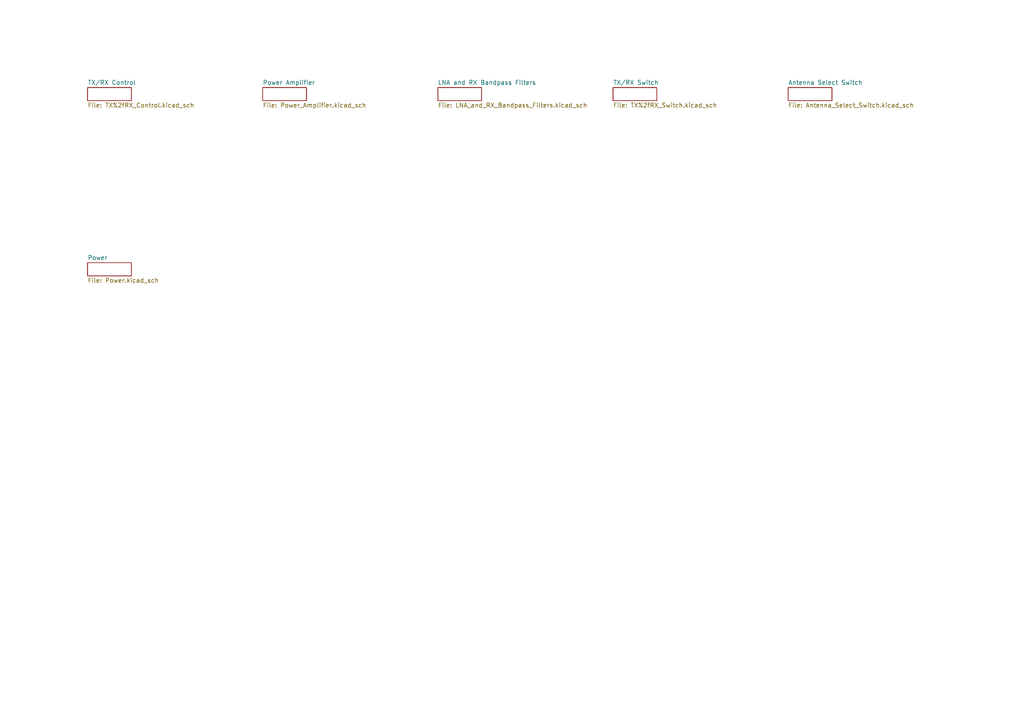
<source format=kicad_sch>
(kicad_sch (version 20211123) (generator eeschema)
  (paper "A4")
  (lib_symbols)
  (sheet (at 228.6 25.4) (size 12.7 3.81)
    (property "Sheet name" "Antenna Select Switch" (at 228.6 24.6884 0) (effects (justify left bottom)))
    (property "Sheet file" "Antenna_Select_Switch.kicad_sch" (at 228.6 29.7946 0) (effects (justify left top)))
  )
  (sheet (at 25.4 25.4) (size 12.7 3.81)
    (property "Sheet name" "TX/RX Control" (at 25.4 24.6884 0) (effects (justify left bottom)))
    (property "Sheet file" "TX%2fRX_Control.kicad_sch" (at 25.4 29.7946 0) (effects (justify left top)))
  )
  (sheet (at 127 25.4) (size 12.7 3.81)
    (property "Sheet name" "LNA and RX Bandpass Filters" (at 127 24.6884 0) (effects (justify left bottom)))
    (property "Sheet file" "LNA_and_RX_Bandpass_Filters.kicad_sch" (at 127 29.7946 0) (effects (justify left top)))
  )
  (sheet (at 177.8 25.4) (size 12.7 3.81)
    (property "Sheet name" "TX/RX Switch" (at 177.8 24.6884 0) (effects (justify left bottom)))
    (property "Sheet file" "TX%2fRX_Switch.kicad_sch" (at 177.8 29.7946 0) (effects (justify left top)))
  )
  (sheet (at 25.4 76.2) (size 12.7 3.81)
    (property "Sheet name" "Power" (at 25.4 75.4884 0) (effects (justify left bottom)))
    (property "Sheet file" "Power.kicad_sch" (at 25.4 80.5946 0) (effects (justify left top)))
  )
  (sheet (at 76.2 25.4) (size 12.7 3.81)
    (property "Sheet name" "Power Amplifier" (at 76.2 24.6884 0) (effects (justify left bottom)))
    (property "Sheet file" "Power_Amplifier.kicad_sch" (at 76.2 29.7946 0) (effects (justify left top)))
  )
)
</source>
